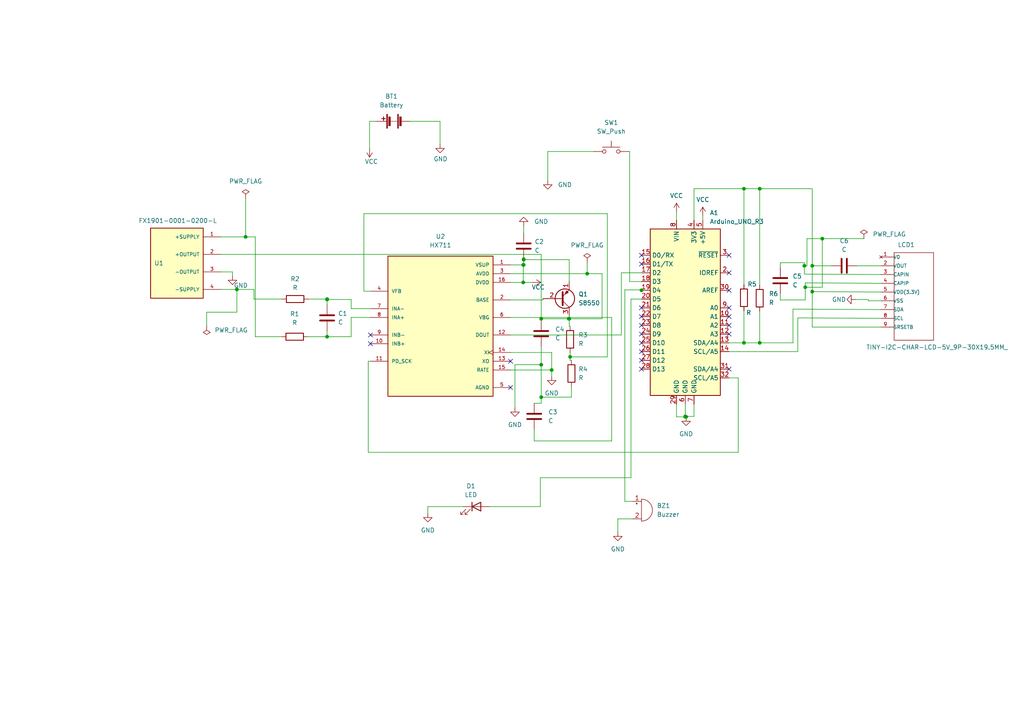
<source format=kicad_sch>
(kicad_sch (version 20211123) (generator eeschema)
  (paper "A4")
  (lib_symbols
    (symbol "Device:Battery" (pin_numbers hide) (pin_names (offset 0) hide)
      (property "Reference" "BT" (at 2.54 2.54 0))
      (property "Value" "Battery" (at 2.54 0 0))
      (symbol "Battery_0_1"
        (rectangle (start -2.032 -1.397) (end 2.032 -1.651) (fill (type outline)))
        (rectangle (start -2.032 1.778) (end 2.032 1.524) (fill (type outline)))
        (rectangle (start -1.3208 -1.9812) (end 1.27 -2.4892) (fill (type outline)))
        (rectangle (start -1.3208 1.1938) (end 1.27 0.6858) (fill (type outline)))
        (polyline (pts (xy 0 -1.524) (xy 0 -1.27)))
        (polyline (pts (xy 0 -1.016) (xy 0 -0.762)))
        (polyline (pts (xy 0 -0.508) (xy 0 -0.254)))
        (polyline (pts (xy 0 0) (xy 0 0.254)))
        (polyline (pts (xy 0 0.508) (xy 0 0.762)))
        (polyline (pts (xy 0 1.778) (xy 0 2.54)))
        (polyline (pts (xy 0.254 2.667) (xy 1.27 2.667)) (stroke (width 0.254)))
        (polyline (pts (xy 0.762 3.175) (xy 0.762 2.159)) (stroke (width 0.254)))
      )
      (symbol "Battery_1_1"
        (pin passive line (at 0 5.08 270) (length 2.54) (name "+") (number "1"))
        (pin passive line (at 0 -5.08 90) (length 2.54) (name "-") (number "2"))
      )
    )
    (symbol "Device:Buzzer" (pin_names (offset 0.0254) hide)
      (property "Reference" "BZ" (at 3.81 1.27 0))
      (property "Value" "Buzzer" (at 3.81 -1.27 0))
      (symbol "Buzzer_0_1"
        (arc (start 0 -3.175) (mid 3.175 0) (end 0 3.175))
        (polyline (pts (xy -1.651 1.905) (xy -1.143 1.905)))
        (polyline (pts (xy -1.397 2.159) (xy -1.397 1.651)))
        (polyline (pts (xy 0 3.175) (xy 0 -3.175)))
      )
      (symbol "Buzzer_1_1"
        (pin passive line (at -2.54 2.54 0) (length 2.54) (name "-") (number "1"))
        (pin passive line (at -2.54 -2.54 0) (length 2.54) (name "+") (number "2"))
      )
    )
    (symbol "Device:C" (pin_numbers hide) (pin_names (offset 0.254))
      (property "Reference" "C" (at 0.635 2.54 0))
      (property "Value" "C" (at 0.635 -2.54 0))
      (symbol "C_0_1"
        (polyline (pts (xy -2.032 -0.762) (xy 2.032 -0.762)) (stroke (width 0.508)))
        (polyline (pts (xy -2.032 0.762) (xy 2.032 0.762)) (stroke (width 0.508)))
      )
      (symbol "C_1_1"
        (pin passive line (at 0 3.81 270) (length 2.794) (name "~") (number "1"))
        (pin passive line (at 0 -3.81 90) (length 2.794) (name "~") (number "2"))
      )
    )
    (symbol "Device:LED" (pin_numbers hide) (pin_names (offset 1.016) hide)
      (property "Reference" "D" (at 0 2.54 0))
      (property "Value" "LED" (at 0 -2.54 0))
      (symbol "LED_0_1"
        (polyline (pts (xy -1.27 -1.27) (xy -1.27 1.27)) (stroke (width 0.254)))
        (polyline (pts (xy -1.27 0) (xy 1.27 0)))
        (polyline (pts (xy 1.27 -1.27) (xy 1.27 1.27) (xy -1.27 0) (xy 1.27 -1.27)) (stroke (width 0.254)))
        (polyline (pts (xy -3.048 -0.762) (xy -4.572 -2.286) (xy -3.81 -2.286) (xy -4.572 -2.286) (xy -4.572 -1.524)))
        (polyline (pts (xy -1.778 -0.762) (xy -3.302 -2.286) (xy -2.54 -2.286) (xy -3.302 -2.286) (xy -3.302 -1.524)))
      )
      (symbol "LED_1_1"
        (pin passive line (at -3.81 0 0) (length 2.54) (name "K") (number "1"))
        (pin passive line (at 3.81 0 180) (length 2.54) (name "A") (number "2"))
      )
    )
    (symbol "Device:R" (pin_numbers hide) (pin_names (offset 0))
      (property "Reference" "R" (at 2.032 0 90))
      (property "Value" "R" (at 0 0 90))
      (symbol "R_0_1"
        (rectangle (start -1.016 -2.54) (end 1.016 2.54) (stroke (width 0.254)))
      )
      (symbol "R_1_1"
        (pin passive line (at 0 3.81 270) (length 1.27) (name "~") (number "1"))
        (pin passive line (at 0 -3.81 90) (length 1.27) (name "~") (number "2"))
      )
    )
    (symbol "FX1901-0001-0200-L:FX1901-0001-0200-L" (pin_names (offset 1.016))
      (property "Reference" "U" (at -7.6338 10.8146 0))
      (property "Value" "FX1901-0001-0200-L" (at -7.6232 -12.7053 0))
      (symbol "FX1901-0001-0200-L_0_0"
        (rectangle (start -7.62 -10.16) (end 7.62 10.16) (stroke (width 0.254)) (fill (type background)))
        (pin power_in line (at 12.7 7.62 180) (length 5.08) (name "+SUPPLY") (number "1"))
        (pin output line (at 12.7 2.54 180) (length 5.08) (name "+OUTPUT") (number "2"))
        (pin output line (at 12.7 -2.54 180) (length 5.08) (name "-OUTPUT") (number "3"))
        (pin power_in line (at 12.7 -7.62 180) (length 5.08) (name "-SUPPLY") (number "4"))
      )
    )
    (symbol "HX711:HX711" (pin_names (offset 1.016))
      (property "Reference" "U" (at -15.24 22.86 0))
      (property "Value" "HX711" (at -15.24 -25.4 0))
      (symbol "HX711_0_0"
        (rectangle (start -15.24 -20.32) (end 15.24 20.32) (stroke (width 0.254)) (fill (type background)))
        (pin power_in line (at 20.32 17.78 180) (length 5.08) (name "VSUP") (number "1"))
        (pin input line (at -20.32 -5.08 0) (length 5.08) (name "INB+") (number "10"))
        (pin input line (at -20.32 -10.16 0) (length 5.08) (name "PD_SCK") (number "11"))
        (pin output line (at 20.32 -2.54 180) (length 5.08) (name "DOUT") (number "12"))
        (pin output line (at 20.32 -10.16 180) (length 5.08) (name "XO") (number "13"))
        (pin input clock (at 20.32 -7.62 180) (length 5.08) (name "XI") (number "14"))
        (pin input line (at 20.32 -12.7 180) (length 5.08) (name "RATE") (number "15"))
        (pin power_in line (at 20.32 12.7 180) (length 5.08) (name "DVDD") (number "16"))
        (pin output line (at 20.32 7.62 180) (length 5.08) (name "BASE") (number "2"))
        (pin power_in line (at 20.32 15.24 180) (length 5.08) (name "AVDD") (number "3"))
        (pin input line (at -20.32 10.16 0) (length 5.08) (name "VFB") (number "4"))
        (pin power_in line (at 20.32 -17.78 180) (length 5.08) (name "AGND") (number "5"))
        (pin output line (at 20.32 2.54 180) (length 5.08) (name "VBG") (number "6"))
        (pin input line (at -20.32 5.08 0) (length 5.08) (name "INA-") (number "7"))
        (pin input line (at -20.32 2.54 0) (length 5.08) (name "INA+") (number "8"))
        (pin input line (at -20.32 -2.54 0) (length 5.08) (name "INB-") (number "9"))
      )
    )
    (symbol "MCU_Module:Arduino_UNO_R3"
      (property "Reference" "A" (at -10.16 23.495 0))
      (property "Value" "Arduino_UNO_R3" (at 5.08 -26.67 0))
      (symbol "Arduino_UNO_R3_0_1"
        (rectangle (start -10.16 22.86) (end 10.16 -25.4) (stroke (width 0.254)) (fill (type background)))
      )
      (symbol "Arduino_UNO_R3_1_1"
        (pin no_connect line (at -10.16 -20.32 0) (length 2.54) hide (name "NC") (number "1"))
        (pin bidirectional line (at 12.7 -2.54 180) (length 2.54) (name "A1") (number "10"))
        (pin bidirectional line (at 12.7 -5.08 180) (length 2.54) (name "A2") (number "11"))
        (pin bidirectional line (at 12.7 -7.62 180) (length 2.54) (name "A3") (number "12"))
        (pin bidirectional line (at 12.7 -10.16 180) (length 2.54) (name "SDA/A4") (number "13"))
        (pin bidirectional line (at 12.7 -12.7 180) (length 2.54) (name "SCL/A5") (number "14"))
        (pin bidirectional line (at -12.7 15.24 0) (length 2.54) (name "D0/RX") (number "15"))
        (pin bidirectional line (at -12.7 12.7 0) (length 2.54) (name "D1/TX") (number "16"))
        (pin bidirectional line (at -12.7 10.16 0) (length 2.54) (name "D2") (number "17"))
        (pin bidirectional line (at -12.7 7.62 0) (length 2.54) (name "D3") (number "18"))
        (pin bidirectional line (at -12.7 5.08 0) (length 2.54) (name "D4") (number "19"))
        (pin output line (at 12.7 10.16 180) (length 2.54) (name "IOREF") (number "2"))
        (pin bidirectional line (at -12.7 2.54 0) (length 2.54) (name "D5") (number "20"))
        (pin bidirectional line (at -12.7 0 0) (length 2.54) (name "D6") (number "21"))
        (pin bidirectional line (at -12.7 -2.54 0) (length 2.54) (name "D7") (number "22"))
        (pin bidirectional line (at -12.7 -5.08 0) (length 2.54) (name "D8") (number "23"))
        (pin bidirectional line (at -12.7 -7.62 0) (length 2.54) (name "D9") (number "24"))
        (pin bidirectional line (at -12.7 -10.16 0) (length 2.54) (name "D10") (number "25"))
        (pin bidirectional line (at -12.7 -12.7 0) (length 2.54) (name "D11") (number "26"))
        (pin bidirectional line (at -12.7 -15.24 0) (length 2.54) (name "D12") (number "27"))
        (pin bidirectional line (at -12.7 -17.78 0) (length 2.54) (name "D13") (number "28"))
        (pin power_in line (at -2.54 -27.94 90) (length 2.54) (name "GND") (number "29"))
        (pin input line (at 12.7 15.24 180) (length 2.54) (name "~{RESET}") (number "3"))
        (pin input line (at 12.7 5.08 180) (length 2.54) (name "AREF") (number "30"))
        (pin bidirectional line (at 12.7 -17.78 180) (length 2.54) (name "SDA/A4") (number "31"))
        (pin bidirectional line (at 12.7 -20.32 180) (length 2.54) (name "SCL/A5") (number "32"))
        (pin power_out line (at 2.54 25.4 270) (length 2.54) (name "3V3") (number "4"))
        (pin power_out line (at 5.08 25.4 270) (length 2.54) (name "+5V") (number "5"))
        (pin power_in line (at 0 -27.94 90) (length 2.54) (name "GND") (number "6"))
        (pin power_in line (at 2.54 -27.94 90) (length 2.54) (name "GND") (number "7"))
        (pin power_in line (at -2.54 25.4 270) (length 2.54) (name "VIN") (number "8"))
        (pin bidirectional line (at 12.7 0 180) (length 2.54) (name "A0") (number "9"))
      )
    )
    (symbol "Switch:SW_Push" (pin_numbers hide) (pin_names (offset 1.016) hide)
      (property "Reference" "SW" (at 1.27 2.54 0))
      (property "Value" "SW_Push" (at 0 -1.524 0))
      (symbol "SW_Push_0_1"
        (circle (center -2.032 0) (radius 0.508))
        (polyline (pts (xy 0 1.27) (xy 0 3.048)))
        (polyline (pts (xy 2.54 1.27) (xy -2.54 1.27)))
        (circle (center 2.032 0) (radius 0.508))
        (pin passive line (at -5.08 0 0) (length 2.54) (name "1") (number "1"))
        (pin passive line (at 5.08 0 180) (length 2.54) (name "2") (number "2"))
      )
    )
    (symbol "TINY-I2C-CHAR-LCD-5V_9P-30X19.5MM_:TINY-I2C-CHAR-LCD-5V_9P-30X19.5MM_" (pin_names (offset 1.016))
      (property "Reference" "LCD" (at -7.6215 12.7025 0))
      (property "Value" "TINY-I2C-CHAR-LCD-5V_9P-30X19.5MM_" (at -8.9018 -5.0868 90))
      (symbol "TINY-I2C-CHAR-LCD-5V_9P-30X19.5MM__0_0"
        (polyline (pts (xy -7.62 -13.97) (xy 3.81 -13.97)) (stroke (width 0.1524)))
        (polyline (pts (xy -7.62 11.43) (xy -7.62 -13.97)) (stroke (width 0.1524)))
        (polyline (pts (xy 3.81 -13.97) (xy 3.81 -2.54)) (stroke (width 0.1524)))
        (polyline (pts (xy 3.81 -2.54) (xy 3.81 0)) (stroke (width 0.1524)))
        (polyline (pts (xy 3.81 0) (xy 3.81 2.54)) (stroke (width 0.1524)))
        (polyline (pts (xy 3.81 2.54) (xy 3.81 5.08)) (stroke (width 0.1524)))
        (polyline (pts (xy 3.81 5.08) (xy 3.81 7.62)) (stroke (width 0.1524)))
        (polyline (pts (xy 3.81 7.62) (xy 3.81 10.16)) (stroke (width 0.1524)))
        (polyline (pts (xy 3.81 10.16) (xy 3.81 11.43)) (stroke (width 0.1524)))
        (polyline (pts (xy 3.81 11.43) (xy -7.62 11.43)) (stroke (width 0.1524)))
        (polyline (pts (xy 5.08 -10.16) (xy 3.81 -10.16)) (stroke (width 0.1524)))
        (polyline (pts (xy 5.08 -7.62) (xy 3.81 -7.62)) (stroke (width 0.1524)))
        (polyline (pts (xy 5.08 -5.08) (xy 3.81 -5.08)) (stroke (width 0.1524)))
        (polyline (pts (xy 5.08 -2.54) (xy 3.81 -2.54)) (stroke (width 0.1524)))
        (polyline (pts (xy 5.08 0) (xy 3.81 0)) (stroke (width 0.1524)))
        (polyline (pts (xy 5.08 2.54) (xy 3.81 2.54)) (stroke (width 0.1524)))
        (polyline (pts (xy 5.08 5.08) (xy 3.81 5.08)) (stroke (width 0.1524)))
        (polyline (pts (xy 5.08 7.62) (xy 3.81 7.62)) (stroke (width 0.1524)))
        (polyline (pts (xy 5.08 10.16) (xy 3.81 10.16)) (stroke (width 0.1524)))
        (pin no_connect line (at 7.62 10.16 180) (length 2.54) (name "V0") (number "1"))
        (pin power_in line (at 7.62 7.62 180) (length 2.54) (name "VOUT") (number "2"))
        (pin power_in line (at 7.62 5.08 180) (length 2.54) (name "CAPIN") (number "3"))
        (pin power_in line (at 7.62 2.54 180) (length 2.54) (name "CAPIP") (number "4"))
        (pin input line (at 7.62 0 180) (length 2.54) (name "VDD(3.3V)") (number "5"))
        (pin input line (at 7.62 -2.54 180) (length 2.54) (name "VSS") (number "6"))
        (pin input line (at 7.62 -5.08 180) (length 2.54) (name "SDA") (number "7"))
        (pin input line (at 7.62 -7.62 180) (length 2.54) (name "SCL") (number "8"))
        (pin input line (at 7.62 -10.16 180) (length 2.54) (name "SRSETB") (number "9"))
      )
    )
    (symbol "Transistor_BJT:S8550" (pin_names (offset 0) hide)
      (property "Reference" "Q" (at 5.08 1.905 0))
      (property "Value" "S8550" (at 5.08 0 0))
      (symbol "S8550_0_1"
        (polyline (pts (xy 0 0) (xy 0.635 0)))
        (polyline (pts (xy 2.54 -2.54) (xy 0.635 -0.635)))
        (polyline (pts (xy 2.54 2.54) (xy 0.635 0.635)))
        (polyline (pts (xy 0.635 1.905) (xy 0.635 -1.905) (xy 0.635 -1.905)) (stroke (width 0.508)) (fill (type outline)))
        (polyline (pts (xy 1.778 -2.286) (xy 2.286 -1.778) (xy 1.27 -1.27) (xy 1.778 -2.286) (xy 1.778 -2.286)) (fill (type outline)))
        (circle (center 1.27 0) (radius 2.8194) (stroke (width 0.254)))
      )
      (symbol "S8550_1_1"
        (pin passive line (at 2.54 -5.08 90) (length 2.54) (name "E") (number "1"))
        (pin input line (at -5.08 0 0) (length 5.08) (name "B") (number "2"))
        (pin passive line (at 2.54 5.08 270) (length 2.54) (name "C") (number "3"))
      )
    )
    (symbol "power:GND" (power) (pin_names (offset 0))
      (property "Value" "GND" (at 0 -3.81 0))
      (symbol "GND_0_1"
        (polyline (pts (xy 0 0) (xy 0 -1.27) (xy 1.27 -1.27) (xy 0 -2.54) (xy -1.27 -1.27) (xy 0 -1.27)))
      )
      (symbol "GND_1_1"
        (pin power_in line (at 0 0 270) (length 0) hide (name "GND") (number "1"))
      )
    )
    (symbol "power:PWR_FLAG" (power) (pin_numbers hide) (pin_names (offset 0) hide)
      (property "Value" "PWR_FLAG" (at 0 3.81 0))
      (symbol "PWR_FLAG_0_0"
        (pin power_out line (at 0 0 90) (length 0) (name "pwr") (number "1"))
      )
      (symbol "PWR_FLAG_0_1"
        (polyline (pts (xy 0 0) (xy 0 1.27) (xy -1.016 1.905) (xy 0 2.54) (xy 1.016 1.905) (xy 0 1.27)))
      )
    )
    (symbol "power:VCC" (power) (pin_names (offset 0))
      (property "Value" "VCC" (at 0 3.81 0))
      (symbol "VCC_0_1"
        (polyline (pts (xy -0.762 1.27) (xy 0 2.54)))
        (polyline (pts (xy 0 0) (xy 0 2.54)))
        (polyline (pts (xy 0 2.54) (xy 0.762 1.27)))
      )
      (symbol "VCC_1_1"
        (pin power_in line (at 0 0 90) (length 0) hide (name "VCC") (number "1"))
      )
    )
  )
  (junction (at 160.02 107.315))
  (junction (at 235.585 84.582))
  (junction (at 164.973 92.456))
  (junction (at 151.892 75.311))
  (junction (at 215.773 54.737))
  (junction (at 68.707 83.947))
  (junction (at 71.247 68.707))
  (junction (at 94.869 97.663))
  (junction (at 170.307 79.375))
  (junction (at 94.869 86.868))
  (junction (at 198.755 120.777))
  (junction (at 156.972 105.791))
  (junction (at 165.1 92.456))
  (junction (at 198.755 120.904))
  (junction (at 151.765 76.835))
  (junction (at 238.506 69.215))
  (junction (at 233.553 83.312))
  (junction (at 220.345 99.441))
  (junction (at 151.765 81.915))
  (junction (at 233.299 77.089))
  (junction (at 186.055 84.201))
  (junction (at 235.585 77.089))
  (junction (at 156.972 92.456))
  (junction (at 165.354 103.505))
  (junction (at 151.892 75.184))
  (junction (at 215.773 99.441))
  (junction (at 156.972 115.189))
  (junction (at 199.009 120.904))
  (junction (at 220.345 54.737))
  (junction (at 151.892 76.835))
  (junction (at 94.869 86.741))
  (no_connect (at 148.082 112.395))
  (no_connect (at 186.055 89.281))
  (no_connect (at 107.442 97.155))
  (no_connect (at 107.442 99.695))
  (no_connect (at 186.055 99.441))
  (no_connect (at 186.055 101.981))
  (no_connect (at 186.055 107.061))
  (no_connect (at 186.055 104.521))
  (no_connect (at 186.055 91.821))
  (no_connect (at 186.055 94.361))
  (no_connect (at 186.055 96.901))
  (no_connect (at 186.055 76.581))
  (no_connect (at 211.455 107.061))
  (no_connect (at 211.455 84.201))
  (no_connect (at 211.455 89.281))
  (no_connect (at 211.455 91.821))
  (no_connect (at 211.455 94.361))
  (no_connect (at 211.455 96.901))
  (no_connect (at 211.455 74.041))
  (no_connect (at 211.455 79.121))
  (no_connect (at 186.055 74.041))
  (no_connect (at 148.082 104.775))
  (wire (pts (xy 156.718 146.939) (xy 156.718 138.557)))
  (wire (pts (xy 148.082 102.235) (xy 160.02 102.235)))
  (wire (pts (xy 151.892 65.532) (xy 151.892 67.564)))
  (wire (pts (xy 235.585 77.089) (xy 241.046 77.089)))
  (wire (pts (xy 118.999 35.179) (xy 127.635 35.179)))
  (wire (pts (xy 231.394 101.981) (xy 231.394 92.202)))
  (wire (pts (xy 156.972 116.967) (xy 154.94 116.967)))
  (wire (pts (xy 181.229 84.074) (xy 186.055 84.074)))
  (wire (pts (xy 214.122 131.191) (xy 214.122 109.601)))
  (wire (pts (xy 64.008 78.867) (xy 67.437 78.867)))
  (wire (pts (xy 165.1 75.311) (xy 165.1 81.534)))
  (wire (pts (xy 215.773 54.737) (xy 201.295 54.737)))
  (wire (pts (xy 196.215 61.468) (xy 196.215 63.881)))
  (wire (pts (xy 105.537 61.976) (xy 105.537 84.455)))
  (wire (pts (xy 94.869 86.868) (xy 94.869 88.392)))
  (wire (pts (xy 71.247 57.531) (xy 71.247 68.707)))
  (wire (pts (xy 107.188 35.179) (xy 107.188 43.053)))
  (wire (pts (xy 177.419 127.889) (xy 154.94 127.889)))
  (wire (pts (xy 94.869 86.741) (xy 94.869 86.868)))
  (wire (pts (xy 74.041 97.663) (xy 81.661 97.663)))
  (wire (pts (xy 165.354 103.505) (xy 165.354 104.521)))
  (wire (pts (xy 201.295 117.221) (xy 201.295 120.777)))
  (wire (pts (xy 180.213 97.155) (xy 180.213 79.121)))
  (wire (pts (xy 89.408 86.741) (xy 94.869 86.741)))
  (wire (pts (xy 234.061 69.215) (xy 238.506 69.215)))
  (wire (pts (xy 251.841 86.868) (xy 251.841 87.249)))
  (wire (pts (xy 235.585 84.582) (xy 255.524 84.709)))
  (wire (pts (xy 196.215 117.221) (xy 196.215 120.904)))
  (wire (pts (xy 67.437 78.867) (xy 67.437 80.01)))
  (wire (pts (xy 203.835 62.611) (xy 203.835 63.881)))
  (wire (pts (xy 183.007 138.557) (xy 183.007 86.741)))
  (wire (pts (xy 141.986 146.939) (xy 156.718 146.939)))
  (wire (pts (xy 151.892 75.311) (xy 165.1 75.311)))
  (wire (pts (xy 151.892 76.835) (xy 151.765 76.835)))
  (wire (pts (xy 233.553 86.995) (xy 226.314 86.995)))
  (wire (pts (xy 156.972 92.964) (xy 156.972 92.456)))
  (wire (pts (xy 148.082 79.375) (xy 170.307 79.375)))
  (wire (pts (xy 233.553 83.312) (xy 233.553 86.995)))
  (wire (pts (xy 160.02 102.235) (xy 160.02 107.315)))
  (wire (pts (xy 235.585 84.582) (xy 235.585 77.089)))
  (wire (pts (xy 234.061 77.089) (xy 234.061 69.215)))
  (wire (pts (xy 255.524 79.629) (xy 233.299 79.502)))
  (wire (pts (xy 74.041 68.707) (xy 74.041 97.663)))
  (wire (pts (xy 220.345 99.441) (xy 229.997 99.441)))
  (wire (pts (xy 233.299 76.2) (xy 226.314 76.2)))
  (wire (pts (xy 156.972 100.584) (xy 156.972 105.791)))
  (wire (pts (xy 106.807 104.775) (xy 106.807 131.191)))
  (wire (pts (xy 176.149 61.976) (xy 105.537 61.976)))
  (wire (pts (xy 229.997 99.441) (xy 229.997 89.662)))
  (wire (pts (xy 101.854 89.535) (xy 101.854 86.868)))
  (wire (pts (xy 235.585 94.869) (xy 255.524 94.869)))
  (wire (pts (xy 238.506 69.215) (xy 250.571 69.215)))
  (wire (pts (xy 71.247 68.707) (xy 74.041 68.707)))
  (wire (pts (xy 211.455 99.441) (xy 215.773 99.441)))
  (wire (pts (xy 89.281 97.663) (xy 94.869 97.663)))
  (wire (pts (xy 198.755 120.904) (xy 199.009 120.904)))
  (wire (pts (xy 149.352 105.791) (xy 156.972 105.791)))
  (wire (pts (xy 156.972 92.456) (xy 164.973 92.456)))
  (wire (pts (xy 165.1 92.456) (xy 165.1 94.615)))
  (wire (pts (xy 94.869 96.012) (xy 94.869 97.663)))
  (wire (pts (xy 108.839 35.179) (xy 107.188 35.179)))
  (wire (pts (xy 101.854 92.075) (xy 101.854 97.663)))
  (wire (pts (xy 198.755 117.221) (xy 198.755 120.777)))
  (wire (pts (xy 226.314 86.995) (xy 226.314 85.217)))
  (wire (pts (xy 59.944 94.488) (xy 59.944 90.551)))
  (wire (pts (xy 73.66 86.741) (xy 81.788 86.741)))
  (wire (pts (xy 233.299 79.502) (xy 233.299 77.089)))
  (wire (pts (xy 220.345 54.737) (xy 220.345 82.677)))
  (wire (pts (xy 151.892 75.184) (xy 151.892 75.311)))
  (wire (pts (xy 151.765 76.835) (xy 151.765 81.915)))
  (wire (pts (xy 196.215 120.904) (xy 198.755 120.904)))
  (wire (pts (xy 127.635 35.179) (xy 127.635 41.783)))
  (wire (pts (xy 174.625 79.375) (xy 174.625 92.456)))
  (wire (pts (xy 68.707 83.947) (xy 73.66 83.947)))
  (wire (pts (xy 182.372 43.942) (xy 182.626 43.942)))
  (wire (pts (xy 179.197 150.495) (xy 183.515 150.495)))
  (wire (pts (xy 151.765 81.915) (xy 148.082 81.915)))
  (wire (pts (xy 105.537 84.455) (xy 107.442 84.455)))
  (wire (pts (xy 233.299 77.089) (xy 233.299 76.2)))
  (wire (pts (xy 251.841 87.249) (xy 255.524 87.249)))
  (wire (pts (xy 101.854 97.663) (xy 94.869 97.663)))
  (wire (pts (xy 176.149 103.505) (xy 176.149 61.976)))
  (wire (pts (xy 156.718 138.557) (xy 183.007 138.557)))
  (wire (pts (xy 182.626 43.942) (xy 182.626 81.661)))
  (wire (pts (xy 148.082 107.315) (xy 160.02 107.315)))
  (wire (pts (xy 182.626 81.661) (xy 186.055 81.661)))
  (wire (pts (xy 255.524 82.169) (xy 233.553 82.042)))
  (wire (pts (xy 154.94 127.889) (xy 154.94 124.587)))
  (wire (pts (xy 220.345 90.297) (xy 220.345 99.441)))
  (wire (pts (xy 160.02 107.315) (xy 160.02 109.093)))
  (wire (pts (xy 215.773 90.17) (xy 215.773 99.441)))
  (wire (pts (xy 158.877 43.942) (xy 172.212 43.942)))
  (wire (pts (xy 68.707 90.551) (xy 68.707 83.947)))
  (wire (pts (xy 198.755 120.777) (xy 198.755 120.904)))
  (wire (pts (xy 151.765 81.915) (xy 154.305 81.915)))
  (wire (pts (xy 148.082 76.835) (xy 151.765 76.835)))
  (wire (pts (xy 238.506 83.312) (xy 238.506 69.215)))
  (wire (pts (xy 174.625 92.456) (xy 165.1 92.456)))
  (wire (pts (xy 229.997 89.662) (xy 255.524 89.789)))
  (wire (pts (xy 165.735 112.141) (xy 165.735 115.189)))
  (wire (pts (xy 156.972 115.189) (xy 165.735 115.189)))
  (wire (pts (xy 235.585 54.737) (xy 235.585 77.089)))
  (wire (pts (xy 151.892 75.311) (xy 151.892 76.835)))
  (wire (pts (xy 64.008 83.947) (xy 68.707 83.947)))
  (wire (pts (xy 124.079 148.844) (xy 124.079 146.939)))
  (wire (pts (xy 107.442 104.775) (xy 106.807 104.775)))
  (wire (pts (xy 148.082 97.155) (xy 180.213 97.155)))
  (wire (pts (xy 177.419 92.075) (xy 177.419 127.889)))
  (wire (pts (xy 235.585 84.582) (xy 235.585 94.869)))
  (wire (pts (xy 106.807 131.191) (xy 214.122 131.191)))
  (wire (pts (xy 231.394 92.202) (xy 255.524 92.329)))
  (wire (pts (xy 165.1 94.615) (xy 165.354 94.615)))
  (wire (pts (xy 107.442 89.535) (xy 101.854 89.535)))
  (wire (pts (xy 211.455 101.981) (xy 231.394 101.981)))
  (wire (pts (xy 157.48 86.995) (xy 157.48 86.614)))
  (wire (pts (xy 201.295 120.777) (xy 198.755 120.777)))
  (wire (pts (xy 170.307 76.073) (xy 170.307 79.375)))
  (wire (pts (xy 233.553 83.312) (xy 238.506 83.312)))
  (wire (pts (xy 170.307 79.375) (xy 174.625 79.375)))
  (wire (pts (xy 165.354 104.521) (xy 165.735 104.521)))
  (wire (pts (xy 180.213 79.121) (xy 186.055 79.121)))
  (wire (pts (xy 214.122 109.601) (xy 211.455 109.601)))
  (wire (pts (xy 183.007 86.741) (xy 186.055 86.741)))
  (wire (pts (xy 59.944 90.551) (xy 68.707 90.551)))
  (wire (pts (xy 215.773 54.737) (xy 215.773 82.55)))
  (wire (pts (xy 73.66 83.947) (xy 73.66 86.741)))
  (wire (pts (xy 156.972 105.791) (xy 156.972 115.189)))
  (wire (pts (xy 165.354 103.505) (xy 176.149 103.505)))
  (wire (pts (xy 179.197 154.305) (xy 179.197 150.495)))
  (wire (pts (xy 233.299 77.089) (xy 234.061 77.089)))
  (wire (pts (xy 181.229 145.415) (xy 181.229 84.074)))
  (wire (pts (xy 220.345 54.737) (xy 215.773 54.737)))
  (wire (pts (xy 148.082 86.995) (xy 157.48 86.995)))
  (wire (pts (xy 201.295 54.737) (xy 201.295 63.881)))
  (wire (pts (xy 165.354 102.235) (xy 165.354 103.505)))
  (wire (pts (xy 64.008 73.787) (xy 156.972 73.787)))
  (wire (pts (xy 183.515 145.415) (xy 181.229 145.415)))
  (wire (pts (xy 64.008 68.707) (xy 71.247 68.707)))
  (wire (pts (xy 248.158 86.868) (xy 251.841 86.868)))
  (wire (pts (xy 101.854 86.868) (xy 94.869 86.868)))
  (wire (pts (xy 149.352 118.237) (xy 149.352 105.791)))
  (wire (pts (xy 156.972 115.189) (xy 156.972 116.967)))
  (wire (pts (xy 107.442 92.075) (xy 101.854 92.075)))
  (wire (pts (xy 233.553 82.042) (xy 233.553 83.312)))
  (wire (pts (xy 165.1 92.456) (xy 165.1 91.694)))
  (wire (pts (xy 148.082 92.075) (xy 177.419 92.075)))
  (wire (pts (xy 158.877 52.324) (xy 158.877 43.942)))
  (wire (pts (xy 248.666 77.089) (xy 255.524 77.089)))
  (wire (pts (xy 226.314 76.2) (xy 226.314 77.597)))
  (wire (pts (xy 215.773 99.441) (xy 220.345 99.441)))
  (wire (pts (xy 156.972 73.787) (xy 156.972 92.456)))
  (wire (pts (xy 220.345 54.737) (xy 235.585 54.737)))
  (wire (pts (xy 186.055 84.074) (xy 186.055 84.201)))
  (wire (pts (xy 124.079 146.939) (xy 134.366 146.939)))
  (symbol (lib_id "Device:C") (at 94.869 92.202 0) (unit 1)
    (property "Reference" "C1" (at 98.044 90.9319 0) (effects (justify left)))
    (property "Value" "C" (at 98.044 93.4719 0) (effects (justify left)))
    (property "Footprint" "Capacitor_THT:C_Axial_L3.8mm_D2.6mm_P12.50mm_Horizontal" (effects hide))
  )
  (symbol (lib_id "Transistor_BJT:S8550") (at 162.56 86.614 0) (mirror x) (unit 1)
    (property "Reference" "Q1" (at 167.767 85.3439 0) (effects (justify left)))
    (property "Value" "S8550" (at 167.767 87.8839 0) (effects (justify left)))
    (property "Footprint" "Package_TO_SOT_THT:TO-92_Inline" (effects hide))
    (property "Datasheet" "http://www.unisonic.com.tw/datasheet/S8550.pdf" (effects hide))
  )
  (symbol (lib_id "Device:Buzzer") (at 186.055 147.955 0) (unit 1)
    (property "Reference" "BZ1" (at 190.5 146.6849 0) (effects (justify left)))
    (property "Value" "Buzzer" (at 190.5 149.2249 0) (effects (justify left)))
    (property "Footprint" "Buzzer_Beeper:Buzzer_D14mm_H7mm_P10mm" (effects hide))
  )
  (symbol (lib_id "Device:C") (at 156.972 96.774 0) (unit 1)
    (property "Reference" "C4" (at 161.036 95.5039 0) (effects (justify left)))
    (property "Value" "C" (at 161.036 98.0439 0) (effects (justify left)))
    (property "Footprint" "Capacitor_THT:C_Axial_L3.8mm_D2.6mm_P12.50mm_Horizontal" (effects hide))
  )
  (symbol (lib_id "power:VCC") (at 203.835 62.611 0) (unit 1)
    (property "Reference" "#PWR013" (effects hide))
    (property "Value" "VCC" (at 203.835 57.912 0))
  )
  (symbol (lib_id "power:GND") (at 127.635 41.783 0) (unit 1)
    (property "Reference" "#PWR04" (effects hide))
    (property "Value" "GND" (at 125.73 46.101 0) (effects (justify left)))
  )
  (symbol (lib_id "power:PWR_FLAG") (at 250.571 69.215 0) (unit 1)
    (property "Reference" "#FLG04" (effects hide))
    (property "Value" "PWR_FLAG" (at 253.111 67.9449 0) (effects (justify left)))
  )
  (symbol (lib_id "power:GND") (at 67.437 80.01 0) (unit 1)
    (property "Reference" "#PWR01" (effects hide))
    (property "Value" "GND" (at 69.85 82.804 0))
  )
  (symbol (lib_id "power:GND") (at 248.158 86.868 270) (unit 1)
    (property "Reference" "#PWR014" (effects hide))
    (property "Value" "GND" (at 241.3 86.868 90) (effects (justify left)))
  )
  (symbol (lib_id "Device:C") (at 244.856 77.089 90) (unit 1)
    (property "Reference" "C6" (at 244.856 69.85 90))
    (property "Value" "C" (at 244.856 72.39 90))
    (property "Footprint" "Capacitor_THT:C_Axial_L3.8mm_D2.6mm_P12.50mm_Horizontal" (effects hide))
  )
  (symbol (lib_id "HX711:HX711") (at 127.762 94.615 0) (unit 1)
    (property "Reference" "U2" (at 127.762 68.58 0))
    (property "Value" "HX711" (at 127.762 71.12 0))
    (property "Footprint" "HX711:SOP127P600X180-16N" (effects hide))
    (property "MF" "AVIA SEMICONDUCTOR" (effects hide))
    (property "MAXIMUM_PACKAGE_HEIGHT" "1.8 mm" (effects hide))
    (property "Package" "None" (effects hide))
    (property "Price" "None" (effects hide))
    (property "Check_prices" "https://www.snapeda.com/parts/HX711/AVIA+SEMICONDUCTOR/view-part/?ref=eda" (effects hide))
    (property "STANDARD" "IPC-7351B" (effects hide))
    (property "PARTREV" "V2.0" (effects hide))
    (property "SnapEDA_Link" "https://www.snapeda.com/parts/HX711/AVIA+SEMICONDUCTOR/view-part/?ref=snap" (effects hide))
    (property "MP" "HX711" (effects hide))
    (property "Description" "\nPrecision 24-bit analog-to-digital converter (ADC) designed for weigh scales and industrial control applications to interface directly with a bridge sensor.\n" (effects hide))
    (property "SNAPEDA_PN" "HX711" (effects hide))
    (property "Availability" "Not in stock" (effects hide))
    (property "MANUFACTURER" "Avia Semiconductor" (effects hide))
  )
  (symbol (lib_id "power:GND") (at 179.197 154.305 0) (unit 1)
    (property "Reference" "#PWR010" (effects hide))
    (property "Value" "GND" (at 179.197 159.258 0))
  )
  (symbol (lib_id "power:PWR_FLAG") (at 71.247 57.531 0) (unit 1)
    (property "Reference" "#FLG03" (effects hide))
    (property "Value" "PWR_FLAG" (at 71.247 52.578 0))
  )
  (symbol (lib_id "Device:R") (at 215.773 86.36 0) (unit 1)
    (property "Reference" "R5" (at 216.789 82.423 0) (effects (justify left)))
    (property "Value" "R" (at 216.408 90.678 0) (effects (justify left)))
    (property "Footprint" "Resistor_THT:R_Axial_DIN0309_L9.0mm_D3.2mm_P15.24mm_Horizontal" (effects hide))
  )
  (symbol (lib_id "power:GND") (at 158.877 52.324 0) (unit 1)
    (property "Reference" "#PWR08" (effects hide))
    (property "Value" "GND" (at 161.798 53.5939 0) (effects (justify left)))
  )
  (symbol (lib_id "Device:C") (at 154.94 120.777 0) (unit 1)
    (property "Reference" "C3" (at 159.004 119.5069 0) (effects (justify left)))
    (property "Value" "C" (at 159.004 122.0469 0) (effects (justify left)))
    (property "Footprint" "Capacitor_THT:C_Axial_L3.8mm_D2.6mm_P12.50mm_Horizontal" (effects hide))
  )
  (symbol (lib_id "MCU_Module:Arduino_UNO_R3") (at 198.755 89.281 0) (unit 1)
    (property "Reference" "A1" (at 205.8544 61.722 0) (effects (justify left)))
    (property "Value" "Arduino_UNO_R3" (at 205.8544 64.262 0) (effects (justify left)))
    (property "Footprint" "Module:Arduino_UNO_R3_WithMountingHoles" (effects hide))
    (property "Datasheet" "https://www.arduino.cc/en/Main/arduinoBoardUno" (effects hide))
  )
  (symbol (lib_id "power:VCC") (at 196.215 61.468 0) (unit 1)
    (property "Reference" "#PWR011" (effects hide))
    (property "Value" "VCC" (at 196.215 56.769 0))
  )
  (symbol (lib_id "Device:R") (at 85.471 97.663 90) (unit 1)
    (property "Reference" "R1" (at 85.471 91.059 90))
    (property "Value" "R" (at 85.471 93.599 90))
    (property "Footprint" "Resistor_THT:R_Axial_DIN0309_L9.0mm_D3.2mm_P15.24mm_Horizontal" (effects hide))
  )
  (symbol (lib_id "power:GND") (at 160.02 109.093 0) (unit 1)
    (property "Reference" "#PWR09" (effects hide))
    (property "Value" "GND" (at 160.02 114.046 0))
  )
  (symbol (lib_id "Device:C") (at 226.314 81.407 0) (unit 1)
    (property "Reference" "C5" (at 229.87 80.1369 0) (effects (justify left)))
    (property "Value" "C" (at 229.87 82.6769 0) (effects (justify left)))
    (property "Footprint" "Capacitor_THT:C_Axial_L3.8mm_D2.6mm_P12.50mm_Horizontal" (effects hide))
  )
  (symbol (lib_id "power:VCC") (at 107.188 43.053 180) (unit 1)
    (property "Reference" "#PWR02" (effects hide))
    (property "Value" "VCC" (at 105.791 46.863 0) (effects (justify right)))
  )
  (symbol (lib_id "Device:R") (at 165.354 98.425 0) (unit 1)
    (property "Reference" "R3" (at 167.767 97.1549 0) (effects (justify left)))
    (property "Value" "R" (at 167.767 99.6949 0) (effects (justify left)))
    (property "Footprint" "Resistor_THT:R_Axial_DIN0309_L9.0mm_D3.2mm_P15.24mm_Horizontal" (effects hide))
  )
  (symbol (lib_id "TINY-I2C-CHAR-LCD-5V_9P-30X19.5MM_:TINY-I2C-CHAR-LCD-5V_9P-30X19.5MM_") (at 263.144 84.709 0) (mirror y) (unit 1)
    (property "Reference" "LCD1" (at 260.35 70.993 0) (effects (justify right)))
    (property "Value" "TINY-I2C-CHAR-LCD-5V_9P-30X19.5MM_" (at 251.206 100.711 0) (effects (justify right)))
    (property "Footprint" "I2C LCD DISPLAY:LCD9-1.5-30X19.5MM" (effects hide))
    (property "MF" "Switch Science" (effects hide))
    (property "Description" "\nTiny I2C Char LCD - 5V\n" (effects hide))
    (property "Package" "None" (effects hide))
    (property "MPN" "12 LCD Breadout" (effects hide))
    (property "Price" "None" (effects hide))
    (property "VALUE" "9P 30X19.5MM" (effects hide))
    (property "SnapEDA_Link" "https://www.snapeda.com/parts/12%20LCD%20BREADOUT/Switch+Science/view-part/?ref=snap" (effects hide))
    (property "MP" "12 LCD BREADOUT" (effects hide))
    (property "Availability" "Not in stock" (effects hide))
    (property "Check_prices" "https://www.snapeda.com/parts/12%20LCD%20BREADOUT/Switch+Science/view-part/?ref=eda" (effects hide))
  )
  (symbol (lib_id "Device:LED") (at 138.176 146.939 0) (unit 1)
    (property "Reference" "D1" (at 136.5885 140.97 0))
    (property "Value" "LED" (at 136.5885 143.51 0))
    (property "Footprint" "LED_THT:LED_D3.0mm" (effects hide))
  )
  (symbol (lib_id "power:GND") (at 149.352 118.237 0) (unit 1)
    (property "Reference" "#PWR05" (effects hide))
    (property "Value" "GND" (at 149.352 123.19 0))
  )
  (symbol (lib_id "power:GND") (at 199.009 120.904 0) (unit 1)
    (property "Reference" "#PWR012" (effects hide))
    (property "Value" "GND" (at 199.009 125.857 0))
  )
  (symbol (lib_id "Device:R") (at 165.735 108.331 0) (unit 1)
    (property "Reference" "R4" (at 167.767 107.0609 0) (effects (justify left)))
    (property "Value" "R" (at 167.767 109.6009 0) (effects (justify left)))
    (property "Footprint" "Resistor_THT:R_Axial_DIN0309_L9.0mm_D3.2mm_P15.24mm_Horizontal" (effects hide))
  )
  (symbol (lib_id "power:PWR_FLAG") (at 59.944 94.488 180) (unit 1)
    (property "Reference" "#FLG02" (effects hide))
    (property "Value" "PWR_FLAG" (at 62.23 95.7579 0) (effects (justify right)))
  )
  (symbol (lib_id "FX1901-0001-0200-L:FX1901-0001-0200-L") (at 51.308 76.327 0) (unit 1)
    (property "Reference" "U1" (at 46.101 76.327 0))
    (property "Value" "FX1901-0001-0200-L" (at 51.562 64.008 0))
    (property "Footprint" "Loadcell:SENSOR_FX1901-0001-0200-L" (effects hide))
    (property "Comment" "FX1901-0001-0200-L" (effects hide))
    (property "MF" "TE Connectivity" (effects hide))
    (property "Description" "\nLoad Cells, Compression, 20mV, 200 lbf, Coin Cell Package, FX1901 Series | TE Connectivity FX1901-0001-0200-L\n" (effects hide))
    (property "Package" "None" (effects hide))
    (property "Price" "None" (effects hide))
    (property "Check_prices" "https://www.snapeda.com/parts/FX1901-0001-0200-L/TE+Connectivity+ALCOSWITCH+Switches/view-part/?ref=eda" (effects hide))
    (property "SnapEDA_Link" "https://www.snapeda.com/parts/FX1901-0001-0200-L/TE+Connectivity+ALCOSWITCH+Switches/view-part/?ref=snap" (effects hide))
    (property "MP" "FX1901-0001-0200-L" (effects hide))
    (property "Purchase-URL" "https://www.snapeda.com/api/url_track_click_mouser/?unipart_id=2893572&manufacturer=TE Connectivity&part_name=FX1901-0001-0200-L&search_term=load cell" (effects hide))
    (property "Availability" "In Stock" (effects hide))
    (property "MANUFACTURER" "TE Connectivity" (effects hide))
  )
  (symbol (lib_id "power:GND") (at 151.892 65.532 180) (unit 1)
    (property "Reference" "#PWR06" (effects hide))
    (property "Value" "GND" (at 154.94 64.2619 0) (effects (justify right)))
  )
  (symbol (lib_id "Device:C") (at 151.892 71.374 0) (unit 1)
    (property "Reference" "C2" (at 155.067 70.1039 0) (effects (justify left)))
    (property "Value" "C" (at 155.067 72.6439 0) (effects (justify left)))
    (property "Footprint" "Capacitor_THT:C_Axial_L3.8mm_D2.6mm_P12.50mm_Horizontal" (effects hide))
  )
  (symbol (lib_id "Device:Battery") (at 113.919 35.179 90) (unit 1)
    (property "Reference" "BT1" (at 113.538 27.94 90))
    (property "Value" "Battery" (at 113.538 30.48 90))
    (property "Footprint" "Battery:BatteryHolder_Bulgin_BX0036_1xC" (effects hide))
  )
  (symbol (lib_id "Switch:SW_Push") (at 177.292 43.942 0) (unit 1)
    (property "Reference" "SW1" (at 177.292 35.56 0))
    (property "Value" "SW_Push" (at 177.292 38.1 0))
    (property "Footprint" "Button_Switch_THT:SW_PUSH_6mm" (effects hide))
  )
  (symbol (lib_id "Device:R") (at 220.345 86.487 0) (unit 1)
    (property "Reference" "R6" (at 223.012 85.2169 0) (effects (justify left)))
    (property "Value" "R" (at 223.012 87.7569 0) (effects (justify left)))
    (property "Footprint" "Resistor_THT:R_Axial_DIN0309_L9.0mm_D3.2mm_P15.24mm_Horizontal" (effects hide))
  )
  (symbol (lib_id "power:PWR_FLAG") (at 170.307 76.073 0) (unit 1)
    (property "Reference" "#FLG01" (effects hide))
    (property "Value" "PWR_FLAG" (at 170.307 71.12 0))
  )
  (symbol (lib_id "power:VCC") (at 154.305 81.915 270) (unit 1)
    (property "Reference" "#PWR07" (effects hide))
    (property "Value" "VCC" (at 154.178 83.312 90) (effects (justify left)))
  )
  (symbol (lib_id "Device:R") (at 85.598 86.741 90) (unit 1)
    (property "Reference" "R2" (at 85.598 80.899 90))
    (property "Value" "R" (at 85.598 83.439 90))
    (property "Footprint" "Resistor_THT:R_Axial_DIN0309_L9.0mm_D3.2mm_P15.24mm_Horizontal" (effects hide))
  )
  (symbol (lib_id "power:GND") (at 124.079 148.844 0) (unit 1)
    (property "Reference" "#PWR03" (effects hide))
    (property "Value" "GND" (at 124.079 153.797 0))
  )
)
</source>
